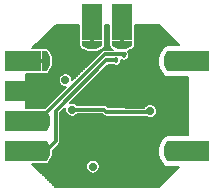
<source format=gbl>
G04 DipTrace 2.4.0.2*
%INDRV2667.gbl*%
%MOMM*%
%ADD13C,0.305*%
%ADD16C,0.4*%
%ADD17C,0.152*%
%ADD22R,1.7X1.6*%
%ADD24R,1.7X2.032*%
%ADD26R,1.6X1.7*%
%ADD27R,2.032X1.7*%
%ADD28R,2.0X1.7*%
%ADD38C,0.711*%
%ADD39C,0.711*%
%ADD42C,0.457*%
%FSLAX53Y53*%
G04*
G71*
G90*
G75*
G01*
%LNBottom*%
%LPD*%
X12433Y18890D2*
D13*
X11270D1*
X10000D1*
X16350Y22808D2*
Y23970D1*
Y25240D1*
X18890Y22808D2*
Y23970D1*
Y25240D1*
X22808Y13810D2*
D16*
X23970D1*
X25240D1*
X22808Y21430D2*
X23970D1*
X25240D1*
X19034Y21938D2*
D13*
X19105Y22009D1*
X17442D1*
X12433Y17000D1*
Y16350D1*
X11270D1*
X10000D1*
X12433Y13810D2*
X11270D1*
X10000D1*
X18376Y21493D2*
X17565D1*
X13265Y17193D1*
Y14643D1*
X12433Y13810D1*
X14649Y17324D2*
X17358D1*
X17562Y17120D1*
X21183D1*
X21268Y17205D1*
X12435Y21430D2*
X11270D1*
X10000D1*
D42*
X18376Y21493D3*
X19034Y21938D3*
D39*
X14649Y17324D3*
X21268Y17205D3*
X14127Y21875D3*
X16417Y12505D3*
X14094Y19808D3*
X21696Y12099D3*
X15784Y15156D3*
X21987Y22440D3*
X13129Y24355D2*
D17*
X15251D1*
X17449D2*
X17790D1*
X19990D2*
X22109D1*
X12981Y24206D2*
X15251D1*
X17449D2*
X17790D1*
X19990D2*
X22259D1*
X12831Y24057D2*
X15251D1*
X17449D2*
X17790D1*
X19990D2*
X22407D1*
X12681Y23908D2*
X15251D1*
X17449D2*
X17790D1*
X19990D2*
X22557D1*
X12534Y23758D2*
X15251D1*
X17449D2*
X17790D1*
X19990D2*
X22707D1*
X12384Y23609D2*
X15251D1*
X17449D2*
X17790D1*
X19990D2*
X22855D1*
X12236Y23460D2*
X15251D1*
X17449D2*
X17790D1*
X19990D2*
X23005D1*
X12086Y23311D2*
X15251D1*
X17449D2*
X17790D1*
X19990D2*
X23152D1*
X11936Y23162D2*
X15251D1*
X17449D2*
X17790D1*
X19990D2*
X23302D1*
X11788Y23013D2*
X15251D1*
X17449D2*
X17790D1*
X19990D2*
X23452D1*
X11638Y22864D2*
X15251D1*
X17449D2*
X17790D1*
X19990D2*
X23600D1*
X11491Y22715D2*
X15251D1*
X17449D2*
X17790D1*
X19990D2*
X22488D1*
X11341Y22566D2*
X15299D1*
X17401D2*
X17840D1*
X19940D2*
X22307D1*
X12736Y22417D2*
X15542D1*
X17158D2*
X18083D1*
X19697D2*
X22224D1*
X12815Y22268D2*
X15832D1*
X16868D2*
X17137D1*
X19408D2*
X22147D1*
X12891Y22119D2*
X16990D1*
X19492D2*
X22069D1*
X12967Y21970D2*
X16840D1*
X19511D2*
X21993D1*
X13041Y21821D2*
X16690D1*
X19497D2*
X21947D1*
X13051Y21672D2*
X16542D1*
X19428D2*
X21943D1*
X13051Y21522D2*
X16392D1*
X19254D2*
X21943D1*
X13051Y21373D2*
X16244D1*
X18839D2*
X21943D1*
X13051Y21224D2*
X16094D1*
X18768D2*
X21943D1*
X13048Y21075D2*
X15944D1*
X17711D2*
X18161D1*
X18592D2*
X21943D1*
X12986Y20926D2*
X15797D1*
X17561D2*
X21978D1*
X12910Y20777D2*
X15647D1*
X17411D2*
X22052D1*
X12834Y20628D2*
X15499D1*
X17263D2*
X22128D1*
X12758Y20479D2*
X15349D1*
X17113D2*
X22205D1*
X10751Y20330D2*
X13804D1*
X14384D2*
X15199D1*
X16965D2*
X22283D1*
X10751Y20181D2*
X13623D1*
X14567D2*
X15051D1*
X16815D2*
X22424D1*
X10751Y20032D2*
X13534D1*
X14656D2*
X14901D1*
X16665D2*
X24488D1*
X10751Y19883D2*
X13494D1*
X16518D2*
X24488D1*
X10751Y19734D2*
X13494D1*
X16368D2*
X24488D1*
X10751Y19585D2*
X13532D1*
X16220D2*
X24488D1*
X10751Y19436D2*
X13623D1*
X16070D2*
X24488D1*
X10751Y19286D2*
X13804D1*
X15920D2*
X24488D1*
X10751Y19137D2*
X14008D1*
X15772D2*
X24488D1*
X10751Y18988D2*
X13858D1*
X15622D2*
X24488D1*
X10751Y18839D2*
X13708D1*
X15475D2*
X24488D1*
X10751Y18690D2*
X13561D1*
X15325D2*
X24488D1*
X10751Y18541D2*
X13411D1*
X15175D2*
X24488D1*
X10751Y18392D2*
X13263D1*
X15027D2*
X24488D1*
X10751Y18243D2*
X13113D1*
X14877D2*
X24488D1*
X10751Y18094D2*
X12963D1*
X14729D2*
X24488D1*
X10751Y17945D2*
X12815D1*
X14579D2*
X24488D1*
X10751Y17796D2*
X12665D1*
X15017D2*
X24488D1*
X10751Y17647D2*
X12518D1*
X17587D2*
X20862D1*
X21673D2*
X24488D1*
X10751Y17498D2*
X12368D1*
X21795D2*
X24488D1*
X21854Y17349D2*
X24488D1*
X13834Y17200D2*
X14056D1*
X21873D2*
X24488D1*
X13684Y17050D2*
X14111D1*
X21852D2*
X24488D1*
X13667Y16901D2*
X14223D1*
X15077D2*
X17218D1*
X21790D2*
X24488D1*
X13667Y16752D2*
X14487D1*
X14813D2*
X17425D1*
X21661D2*
X24488D1*
X13667Y16603D2*
X24488D1*
X13667Y16454D2*
X24488D1*
X13667Y16305D2*
X24488D1*
X13667Y16156D2*
X24488D1*
X13667Y16007D2*
X24488D1*
X13667Y15858D2*
X24488D1*
X13667Y15709D2*
X24488D1*
X13667Y15560D2*
X24488D1*
X13667Y15411D2*
X24488D1*
X13667Y15262D2*
X24488D1*
X13667Y15113D2*
X22528D1*
X13667Y14964D2*
X22321D1*
X13667Y14814D2*
X22233D1*
X13667Y14665D2*
X22155D1*
X13646Y14516D2*
X22078D1*
X13553Y14367D2*
X22002D1*
X13403Y14218D2*
X21950D1*
X13253Y14069D2*
X21943D1*
X13105Y13920D2*
X21943D1*
X13051Y13771D2*
X21943D1*
X13051Y13622D2*
X21943D1*
X13048Y13473D2*
X21943D1*
X12996Y13324D2*
X21971D1*
X12920Y13175D2*
X22043D1*
X12843Y13026D2*
X16125D1*
X16708D2*
X22119D1*
X12765Y12877D2*
X15944D1*
X16889D2*
X22195D1*
X12574Y12728D2*
X15856D1*
X16980D2*
X22274D1*
X11436Y12578D2*
X15816D1*
X17018D2*
X22400D1*
X11586Y12429D2*
X15816D1*
X17018D2*
X23655D1*
X11734Y12280D2*
X15856D1*
X16977D2*
X23505D1*
X11884Y12131D2*
X15944D1*
X16889D2*
X23355D1*
X12034Y11982D2*
X16128D1*
X16706D2*
X23207D1*
X12181Y11833D2*
X23057D1*
X12331Y11684D2*
X22909D1*
X12479Y11535D2*
X22759D1*
X12629Y11386D2*
X22609D1*
X12779Y11237D2*
X22462D1*
X12927Y11088D2*
X22312D1*
X13077Y10939D2*
X22164D1*
X13224Y10790D2*
X22014D1*
X17435Y24502D2*
X17432Y22935D1*
X17435Y22870D1*
Y22710D1*
X17422Y22635D1*
X17387Y22568D1*
X17330Y22515D1*
X17240Y22466D1*
X16782Y22231D1*
X16708Y22208D1*
X16599Y22205D1*
X16025D1*
X15948Y22219D1*
X15850Y22266D1*
X15393Y22501D1*
X15332Y22546D1*
X15288Y22609D1*
X15267Y22684D1*
X15265Y22786D1*
Y24505D1*
X13266Y24504D1*
X12263Y23502D1*
X11274Y22514D1*
X12305Y22515D1*
X12530D1*
X12605Y22502D1*
X12672Y22467D1*
X12725Y22410D1*
X12774Y22320D1*
X13009Y21862D1*
X13032Y21788D1*
X13035Y21679D1*
Y21105D1*
X13021Y21028D1*
X12974Y20930D1*
X12739Y20473D1*
X12694Y20412D1*
X12631Y20368D1*
X12556Y20347D1*
X12454Y20345D1*
X10735D1*
X10736Y17433D1*
X11531Y17435D1*
X12305Y17432D1*
X12294Y17435D1*
X12320Y17436D1*
X14104Y19219D1*
X14031Y19221D1*
X13956Y19234D1*
X13883Y19257D1*
X13814Y19288D1*
X13750Y19329D1*
X13691Y19377D1*
X13639Y19433D1*
X13594Y19494D1*
X13558Y19561D1*
X13531Y19633D1*
X13513Y19707D1*
X13505Y19782D1*
X13506Y19858D1*
X13518Y19934D1*
X13539Y20007D1*
X13569Y20077D1*
X13608Y20142D1*
X13655Y20202D1*
X13709Y20255D1*
X13770Y20301D1*
X13836Y20339D1*
X13907Y20368D1*
X13980Y20387D1*
X14056Y20397D1*
X14132D1*
X14208Y20387D1*
X14281Y20368D1*
X14352Y20339D1*
X14418Y20302D1*
X14479Y20256D1*
X14533Y20203D1*
X14581Y20143D1*
X14620Y20078D1*
X14650Y20008D1*
X14671Y19935D1*
X14685Y19808D1*
X14684Y19801D1*
X16685Y21800D1*
X17168Y22283D1*
X17227Y22331D1*
X17294Y22367D1*
X17367Y22389D1*
X17442Y22396D1*
X18139D1*
X17933Y22501D1*
X17872Y22546D1*
X17828Y22609D1*
X17807Y22684D1*
X17805Y22786D1*
Y24506D1*
X17433Y24504D1*
X17435Y23989D1*
X17432D1*
X19975Y24502D2*
X19972Y22935D1*
X19975Y22870D1*
Y22710D1*
X19962Y22635D1*
X19927Y22568D1*
X19870Y22515D1*
X19780Y22466D1*
X19392Y22267D1*
X19418Y22238D1*
X19452Y22181D1*
X19476Y22118D1*
X19485Y22083D1*
X19498Y21938D1*
X19491Y21863D1*
X19473Y21789D1*
X19442Y21719D1*
X19401Y21655D1*
X19350Y21599D1*
X19290Y21552D1*
X19223Y21515D1*
X19151Y21490D1*
X19076Y21477D1*
X19000Y21476D1*
X18925Y21488D1*
X18838Y21520D1*
X18833Y21417D1*
X18815Y21344D1*
X18784Y21274D1*
X18743Y21210D1*
X18691Y21154D1*
X18632Y21107D1*
X18565Y21070D1*
X18493Y21045D1*
X18418Y21032D1*
X18342Y21031D1*
X18267Y21043D1*
X18194Y21067D1*
X18121Y21107D1*
X17726Y21106D1*
X14517Y17897D1*
X14610Y17913D1*
X14686D1*
X14762Y17903D1*
X14836Y17884D1*
X14906Y17855D1*
X14972Y17817D1*
X15033Y17772D1*
X15095Y17709D1*
X15487Y17711D1*
X17358D1*
X17434Y17703D1*
X17506Y17681D1*
X17573Y17645D1*
X17632Y17597D1*
X17721Y17508D1*
X20686Y17507D1*
X20760D1*
X20828Y17599D1*
X20883Y17652D1*
X20943Y17698D1*
X21010Y17736D1*
X21080Y17764D1*
X21154Y17784D1*
X21229Y17794D1*
X21305D1*
X21381Y17784D1*
X21455Y17765D1*
X21525Y17736D1*
X21591Y17698D1*
X21652Y17653D1*
X21707Y17599D1*
X21754Y17540D1*
X21793Y17474D1*
X21823Y17404D1*
X21844Y17331D1*
X21858Y17205D1*
X21853Y17129D1*
X21838Y17054D1*
X21814Y16982D1*
X21781Y16913D1*
X21739Y16850D1*
X21690Y16792D1*
X21633Y16741D1*
X21570Y16698D1*
X21502Y16663D1*
X21431Y16637D1*
X21356Y16621D1*
X21281Y16615D1*
X21204Y16618D1*
X21129Y16631D1*
X21057Y16653D1*
X20987Y16685D1*
X20914Y16733D1*
X17562D1*
X17486Y16740D1*
X17413Y16762D1*
X17346Y16798D1*
X17288Y16846D1*
X17199Y16935D1*
X15093Y16936D1*
X15014Y16860D1*
X14951Y16817D1*
X14884Y16782D1*
X14812Y16756D1*
X14738Y16740D1*
X14662Y16733D1*
X14586Y16737D1*
X14511Y16750D1*
X14438Y16772D1*
X14369Y16804D1*
X14304Y16844D1*
X14245Y16893D1*
X14193Y16948D1*
X14149Y17010D1*
X14112Y17077D1*
X14085Y17148D1*
X14067Y17222D1*
X14059Y17298D1*
X14061Y17374D1*
X14074Y17456D1*
X13651Y17032D1*
X13652Y14643D1*
X13645Y14567D1*
X13623Y14494D1*
X13587Y14427D1*
X13539Y14369D1*
X13036Y13866D1*
X13035Y13485D1*
X13021Y13408D1*
X12974Y13310D1*
X12739Y12853D1*
X12694Y12792D1*
X12631Y12748D1*
X12556Y12727D1*
X12454Y12725D1*
X11274D1*
X13265Y10735D1*
X16433Y10736D1*
X21974D1*
X22977Y11738D1*
X23717Y12477D1*
X22688Y12478D1*
X22706D1*
X22630Y12484D1*
X22556Y12503D1*
X22486Y12533D1*
X22422Y12573D1*
X22365Y12623D1*
X22316Y12682D1*
X22246Y12807D1*
X22011Y13264D1*
X21982Y13335D1*
X21964Y13409D1*
X21958Y13561D1*
Y14135D1*
X21964Y14211D1*
X21982Y14285D1*
X22046Y14423D1*
X22281Y14881D1*
X22321Y14945D1*
X22371Y15003D1*
X22429Y15052D1*
X22494Y15091D1*
X22565Y15120D1*
X22639Y15137D1*
X22710Y15142D1*
X24503D1*
X24504Y20098D1*
X22688Y20100D1*
X22630Y20104D1*
X22556Y20123D1*
X22486Y20153D1*
X22422Y20193D1*
X22365Y20243D1*
X22316Y20302D1*
X22246Y20427D1*
X22011Y20884D1*
X21982Y20955D1*
X21964Y21029D1*
X21958Y21181D1*
Y21755D1*
X21964Y21831D1*
X21982Y21905D1*
X22046Y22043D1*
X22281Y22501D1*
X22321Y22565D1*
X22371Y22623D1*
X22429Y22672D1*
X22494Y22711D1*
X22565Y22740D1*
X22639Y22757D1*
X22710Y22762D1*
X23719D1*
X21975Y24505D1*
X19976Y24504D1*
X19975Y23989D1*
X19972D1*
X23099Y20098D2*
X22710D1*
X22634Y20104D1*
X22560Y20122D1*
X22490Y20151D1*
X22425Y20191D1*
X22367Y20241D1*
X22318Y20299D1*
X22268Y20386D1*
X23099Y12478D2*
X22710D1*
X22634Y12484D1*
X22560Y12502D1*
X22490Y12531D1*
X22425Y12571D1*
X22367Y12621D1*
X22318Y12679D1*
X22268Y12766D1*
X17002Y12429D2*
X16988Y12354D1*
X16964Y12282D1*
X16930Y12213D1*
X16889Y12150D1*
X16839Y12092D1*
X16782Y12041D1*
X16720Y11998D1*
X16652Y11963D1*
X16580Y11937D1*
X16506Y11921D1*
X16430Y11914D1*
X16354Y11918D1*
X16279Y11931D1*
X16206Y11953D1*
X16137Y11985D1*
X16072Y12025D1*
X16013Y12074D1*
X15961Y12129D1*
X15917Y12191D1*
X15881Y12258D1*
X15853Y12329D1*
X15835Y12403D1*
X15827Y12479D1*
X15829Y12555D1*
X15840Y12630D1*
X15861Y12704D1*
X15891Y12773D1*
X15930Y12839D1*
X15978Y12899D1*
X16032Y12952D1*
X16093Y12998D1*
X16159Y13036D1*
X16229Y13064D1*
X16303Y13084D1*
X16379Y13094D1*
X16455D1*
X16530Y13084D1*
X16604Y13065D1*
X16674Y13036D1*
X16741Y12998D1*
X16801Y12953D1*
X16856Y12899D1*
X16903Y12840D1*
X16942Y12774D1*
X16972Y12704D1*
X16994Y12631D1*
X17007Y12505D1*
X17002Y12429D1*
D22*
X16350Y23970D3*
X18890D3*
G36*
X18040Y22710D2*
Y23175D1*
X19740D1*
Y22710D1*
X19215Y22440D1*
X18565D1*
X18040Y22710D1*
G37*
G36*
X15500D2*
Y23175D1*
X17200D1*
Y22710D1*
X16675Y22440D1*
X16025D1*
X15500Y22710D1*
G37*
D24*
X16350Y25240D3*
X18890D3*
D26*
X11270Y13810D3*
Y16350D3*
G36*
X12530Y15500D2*
X12065D1*
Y17200D1*
X12530D1*
X12800Y16675D1*
Y16025D1*
X12530Y15500D1*
G37*
G36*
Y12960D2*
X12065D1*
Y14660D1*
X12530D1*
X12800Y14135D1*
Y13485D1*
X12530Y12960D1*
G37*
D27*
X10000Y13810D3*
Y16350D3*
D26*
X11270Y21430D3*
Y18890D3*
D27*
X10000Y21430D3*
Y18890D3*
G36*
X12530Y18040D2*
X12065D1*
Y19740D1*
X12530D1*
X12800Y19215D1*
Y18565D1*
X12530Y18040D1*
G37*
G36*
Y20580D2*
X12070D1*
Y22280D1*
X12530D1*
X12800Y21755D1*
Y21105D1*
X12530Y20580D1*
G37*
D26*
X23970Y21430D3*
G36*
X22710Y22280D2*
X23175D1*
Y20580D1*
X22710D1*
X22440Y21105D1*
Y21755D1*
X22710Y22280D1*
G37*
D28*
X25240Y21430D3*
D26*
X23970Y13810D3*
G36*
X22710Y14660D2*
X23175D1*
Y12960D1*
X22710D1*
X22440Y13485D1*
Y14135D1*
X22710Y14660D1*
G37*
D28*
X25240Y13810D3*
D38*
X17996Y19776D3*
X18896D3*
X19796D3*
X17996Y18876D3*
X18896D3*
X19796D3*
X17996Y17976D3*
X18896D3*
X19796D3*
G36*
X16082Y18562D2*
X16272Y18591D1*
X16420Y18651D1*
X16514Y18727D1*
X16590Y18803D1*
X16653Y18916D1*
X16679Y18981D1*
X16699Y19076D1*
X16709Y19127D1*
X16714Y19209D1*
X16691Y19274D1*
X16653Y19312D1*
X16628Y19338D1*
X16615Y19402D1*
X16620Y19427D1*
X16635Y19478D1*
X16666Y19505D1*
X16584Y19604D1*
X16508Y19554D1*
X16490D1*
X16454Y19643D1*
X16399Y19655D1*
X16298Y19665D1*
X16404Y19413D1*
Y19381D1*
X16397Y19338D1*
X16374Y19328D1*
X16323Y19348D1*
X16260Y19463D1*
X16189Y19635D1*
X16138Y19609D1*
X16084Y19546D1*
X16158Y19355D1*
X16120Y19362D1*
X16082D1*
Y18562D1*
G37*
M02*

</source>
